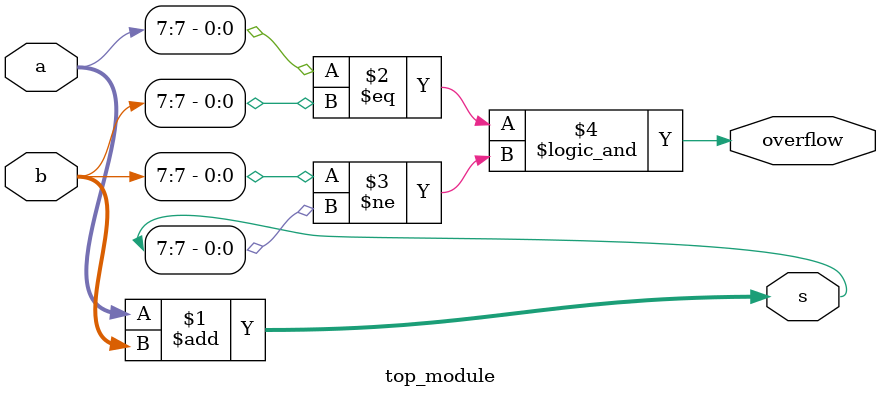
<source format=v>
module top_module (
    input [7:0] a,
    input [7:0] b,
    output [7:0] s,
    output overflow
); 
 
     assign s = a+b;
    assign overflow = (a[7] == b[7]) && (b[7] != s[7]);

endmodule

</source>
